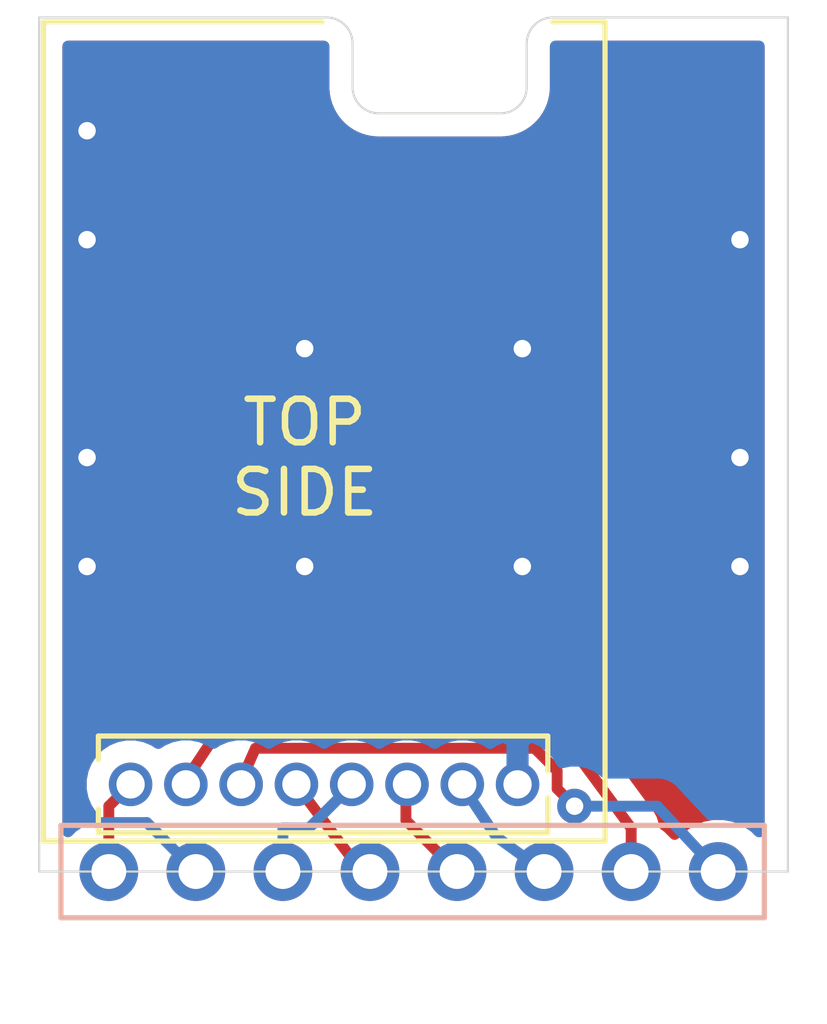
<source format=kicad_pcb>
(kicad_pcb (version 20211014) (generator pcbnew)
  (layers (0 "F.Cu" signal) (31 "B.Cu" signal) (34 "B.Paste" user) (35 "F.Paste" user) (36 "B.SilkS" user "B.Silkscreen") (37 "F.SilkS" user "F.Silkscreen") (38 "B.Mask" user) (39 "F.Mask" user) (44 "Edge.Cuts" user))
  (net 0 "")
  (net 1 "/GND")
  (net 2 "/GDO2")
  (net 3 "/MISO")
  (net 4 "/MOSI")
  (net 5 "/SCK")
  (net 6 "/CS")
  (net 7 "/GDO0")
  (net 8 "/VCC")
  (footprint "Connector_PinHeader_1.27mm:PinHeader_1x08_P1.27mm_Vertical" (layer "F.Cu") (at 28.5 35 90)
    (fp_text reference "J1" hide)
    (fp_text value "eByte" hide)
    (fp_line (start 0.30753 9.585) (end 1.11 9.585) (layer "F.SilkS") (width 0.12))
    (fp_line (start 0.563471 -0.74) (end 1.11 -0.74) (layer "F.SilkS") (width 0.12))
    (fp_line (start -1.11 -0.74) (end -1.11 9.585) (layer "F.SilkS") (width 0.12))
    (fp_line (start -1.11 9.585) (end -0.30753 9.585) (layer "F.SilkS") (width 0.12))
    (fp_line (start -1.11 -0.74) (end -0.563471 -0.74) (layer "F.SilkS") (width 0.12))
    (fp_line (start 1.11 -0.74) (end 1.11 9.585) (layer "F.SilkS") (width 0.12))
    (pad "1" thru_hole oval locked (at 0 0 90) (size 1 1) (drill 0.65) (layers *.Cu *.Mask) (net 8 "/VCC"))
    (pad "2" thru_hole oval locked (at 0 1.27 90) (size 1 1) (drill 0.65) (layers *.Cu *.Mask) (net 7 "/GDO0"))
    (pad "3" thru_hole oval locked (at 0 2.54 90) (size 1 1) (drill 0.65) (layers *.Cu *.Mask) (net 6 "/CS"))
    (pad "4" thru_hole oval locked (at 0 3.81 90) (size 1 1) (drill 0.65) (layers *.Cu *.Mask) (net 5 "/SCK"))
    (pad "5" thru_hole oval locked (at 0 5.08 90) (size 1 1) (drill 0.65) (layers *.Cu *.Mask) (net 4 "/MOSI"))
    (pad "6" thru_hole oval locked (at 0 6.35 90) (size 1 1) (drill 0.65) (layers *.Cu *.Mask) (net 3 "/MISO"))
    (pad "7" thru_hole oval locked (at 0 7.62 90) (size 1 1) (drill 0.65) (layers *.Cu *.Mask) (net 2 "/GDO2"))
    (pad "8" thru_hole oval locked (at 0 8.89 90) (size 1 1) (drill 0.65) (layers *.Cu *.Mask) (net 1 "/GND"))
  )
  (footprint "Connector_PinHeader_2.00mm:PinHeader_1x08_P2.00mm_Vertical" (layer "B.Cu") (at 28 37 -90)
    (fp_text reference "J2" hide)
    (fp_text value "CC1101 Module" hide)
    (fp_line (start -1.06 1.1) (end -1.06 -15.06) (layer "B.SilkS") (width 0.12))
    (fp_line (start -1.06 -15.06) (end 1.06 -15.06) (layer "B.SilkS") (width 0.12))
    (fp_line (start -1.06 1.1) (end 1.06 1.1) (layer "B.SilkS") (width 0.12))
    (fp_line (start 1.06 1.1) (end 1.06 -15.06) (layer "B.SilkS") (width 0.12))
    (pad "1" thru_hole oval locked (at 0 0 270) (size 1.35 1.35) (drill 0.8) (layers *.Cu *.Mask) (net 8 "/VCC"))
    (pad "2" thru_hole oval locked (at 0 -2 270) (size 1.35 1.35) (drill 0.8) (layers *.Cu *.Mask) (net 1 "/GND"))
    (pad "3" thru_hole oval locked (at 0 -4 270) (size 1.35 1.35) (drill 0.8) (layers *.Cu *.Mask) (net 4 "/MOSI"))
    (pad "4" thru_hole oval locked (at 0 -6 270) (size 1.35 1.35) (drill 0.8) (layers *.Cu *.Mask) (net 5 "/SCK"))
    (pad "5" thru_hole oval locked (at 0 -8 270) (size 1.35 1.35) (drill 0.8) (layers *.Cu *.Mask) (net 3 "/MISO"))
    (pad "6" thru_hole oval locked (at 0 -10 270) (size 1.35 1.35) (drill 0.8) (layers *.Cu *.Mask) (net 2 "/GDO2"))
    (pad "7" thru_hole oval locked (at 0 -12 270) (size 1.35 1.35) (drill 0.8) (layers *.Cu *.Mask) (net 7 "/GDO0"))
    (pad "8" thru_hole oval locked (at 0 -14 270) (size 1.35 1.35) (drill 0.8) (layers *.Cu *.Mask) (net 6 "/CS"))
  )
  (gr_line (start 39.4 36.3) (end 26.5 36.3) (layer "F.SilkS") (width 0.12))
  (gr_line (start 26.5 36.3) (end 26.5 17.5) (layer "F.SilkS") (width 0.12))
  (gr_line (start 38.2 17.5) (end 39.4 17.5) (layer "F.SilkS") (width 0.12))
  (gr_line (start 26.5 17.5) (end 32.9 17.5) (layer "F.SilkS") (width 0.12))
  (gr_line (start 39.4 17.5) (end 39.4 36.3) (layer "F.SilkS") (width 0.12))
  (gr_line (start 26.4 37) (end 43.6 37) (layer "Edge.Cuts") (width 0.05))
  (gr_line (start 43.6 17.4) (end 38.2 17.4) (layer "Edge.Cuts") (width 0.05))
  (gr_arc (start 33 17.4) (mid 33.424264 17.575736) (end 33.6 18) (layer "Edge.Cuts") (width 0.05))
  (gr_arc (start 34.2 19.6) (mid 33.775736 19.424264) (end 33.6 19) (layer "Edge.Cuts") (width 0.05))
  (gr_arc (start 37.6 19) (mid 37.424264 19.424264) (end 37 19.6) (layer "Edge.Cuts") (width 0.05))
  (gr_arc (start 37.6 18) (mid 37.775736 17.575736) (end 38.2 17.4) (layer "Edge.Cuts") (width 0.05))
  (gr_line (start 37.6 18) (end 37.6 19) (layer "Edge.Cuts") (width 0.05))
  (gr_line (start 37 19.6) (end 34.2 19.6) (layer "Edge.Cuts") (width 0.05))
  (gr_line (start 33.6 18) (end 33.6 19) (layer "Edge.Cuts") (width 0.05))
  (gr_line (start 26.4 17.4) (end 26.4 37) (layer "Edge.Cuts") (width 0.05))
  (gr_line (start 43.6 37) (end 43.6 17.4) (layer "Edge.Cuts") (width 0.05))
  (gr_line (start 33 17.4) (end 26.4 17.4) (layer "Edge.Cuts") (width 0.05))
  (gr_text "TOP\nSIDE" (at 32.5 27.5) (layer "F.SilkS") (effects (font (size 1 1))))
  (via (at 27.5 27.5) (size 0.8) (drill 0.4) (layers "F.Cu" "B.Cu") (net 1))
  (via (at 42.5 30) (size 0.8) (drill 0.4) (layers "F.Cu" "B.Cu") (net 1))
  (via (at 42.5 22.5) (size 0.8) (drill 0.4) (layers "F.Cu" "B.Cu") (net 1))
  (via (at 27.5 20) (size 0.8) (drill 0.4) (layers "F.Cu" "B.Cu") (net 1))
  (via (at 37.5 30) (size 0.8) (drill 0.4) (layers "F.Cu" "B.Cu") (net 1))
  (via (at 32.5 30) (size 0.8) (drill 0.4) (layers "F.Cu" "B.Cu") (net 1))
  (via (at 27.5 30) (size 0.8) (drill 0.4) (layers "F.Cu" "B.Cu") (net 1))
  (via (at 32.5 25) (size 0.8) (drill 0.4) (layers "F.Cu" "B.Cu") (net 1))
  (via (at 37.5 25) (size 0.8) (drill 0.4) (layers "F.Cu" "B.Cu") (net 1))
  (via (at 27.5 22.5) (size 0.8) (drill 0.4) (layers "F.Cu" "B.Cu") (net 1))
  (via (at 42.5 27.5) (size 0.8) (drill 0.4) (layers "F.Cu" "B.Cu") (net 1))
  (segment (start 27.1626 34.5961) (end 27.1626 33.3374) (width 0.25) (layer "B.Cu") (net 1))
  (segment (start 28.8763 35.8763) (end 30 37) (width 0.25) (layer "B.Cu") (net 1))
  (segment (start 27.1626 35.3407) (end 27.6982 35.8763) (width 0.25) (layer "B.Cu") (net 1))
  (segment (start 27.6982 35.8763) (end 28.8763 35.8763) (width 0.25) (layer "B.Cu") (net 1))
  (segment (start 27.1626 34.5961) (end 27.1626 35.3407) (width 0.25) (layer "B.Cu") (net 1))
  (segment (start 36.9 36.2) (end 38 37) (width 0.25) (layer "B.Cu") (net 2))
  (segment (start 36.1 35) (end 36.9 36.2) (width 0.25) (layer "B.Cu") (net 2))
  (segment (start 34.8253 35.8253) (end 34.8253 35.0253) (width 0.25) (layer "F.Cu") (net 3))
  (segment (start 34.8253 35.0253) (end 34.8 35) (width 0.25) (layer "F.Cu") (net 3))
  (segment (start 34.8253 35.8253) (end 36 37) (width 0.25) (layer "F.Cu") (net 3))
  (segment (start 33.5 35.1) (end 33.5 35) (width 0.25) (layer "B.Cu") (net 4))
  (segment (start 32.0803 35.9997) (end 32.6003 35.9997) (width 0.25) (layer "B.Cu") (net 4))
  (segment (start 32.6003 35.9997) (end 33.5 35.1) (width 0.25) (layer "B.Cu") (net 4))
  (segment (start 32.0803 35.9997) (end 32 35.9997) (width 0.25) (layer "B.Cu") (net 4))
  (segment (start 32 37) (end 32 35.9997) (width 0.25) (layer "B.Cu") (net 4))
  (segment (start 32.3 35) (end 33.81 37) (width 0.25) (layer "F.Cu") (net 5))
  (segment (start 33.81 37) (end 34 37) (width 0.25) (layer "F.Cu") (net 5))
  (segment (start 38.300001 35.100001) (end 38.7 35.5) (width 0.25) (layer "F.Cu") (net 6))
  (segment (start 31 35) (end 31.3696 34.1704) (width 0.25) (layer "F.Cu") (net 6))
  (segment (start 31.3696 34.1704) (end 37.781402 34.1704) (width 0.25) (layer "F.Cu") (net 6))
  (segment (start 37.781402 34.1704) (end 38.300001 34.688999) (width 0.25) (layer "F.Cu") (net 6))
  (segment (start 38.300001 34.688999) (end 38.300001 35.100001) (width 0.25) (layer "F.Cu") (net 6))
  (via (at 38.7 35.5) (size 0.8) (drill 0.4) (layers "F.Cu" "B.Cu") (net 6))
  (segment (start 40.6 35.5) (end 42 37) (width 0.25) (layer "B.Cu") (net 6))
  (segment (start 38.7 35.5) (end 40.6 35.5) (width 0.25) (layer "B.Cu") (net 6))
  (segment (start 30.5499 33.7201) (end 29.7 35) (width 0.25) (layer "F.Cu") (net 7))
  (segment (start 40 37) (end 40 35.9997) (width 0.25) (layer "F.Cu") (net 7))
  (segment (start 40 35.9997) (end 38.3 33.7) (width 0.25) (layer "F.Cu") (net 7))
  (segment (start 38.3 33.7) (end 30.5499 33.7201) (width 0.25) (layer "F.Cu") (net 7))
  (segment (start 28.5 35) (end 28 35.5) (width 0.25) (layer "F.Cu") (net 8))
  (segment (start 28 35.5) (end 28 37) (width 0.25) (layer "F.Cu") (net 8))
  (zone (net 1) (net_name "/GND") (layer "F.Cu") (connect_pads (clearance 0.508)) (min_thickness 0.254) (fill yes (thermal_gap 0.508) (thermal_bridge_width 0.508))
    (polygon (pts (xy 44.5 40.5) (xy 25.5 40.5) (xy 25.5 17) (xy 44.5 17)))
  )
  (zone (net 1) (net_name "/GND") (layer "B.Cu") (connect_pads (clearance 0.508)) (min_thickness 0.254) (fill yes (thermal_gap 0.508) (thermal_bridge_width 0.508))
    (polygon (pts (xy 44 39.5) (xy 26 39.5) (xy 26 17.5) (xy 44 17.5)))
  )
)
</source>
